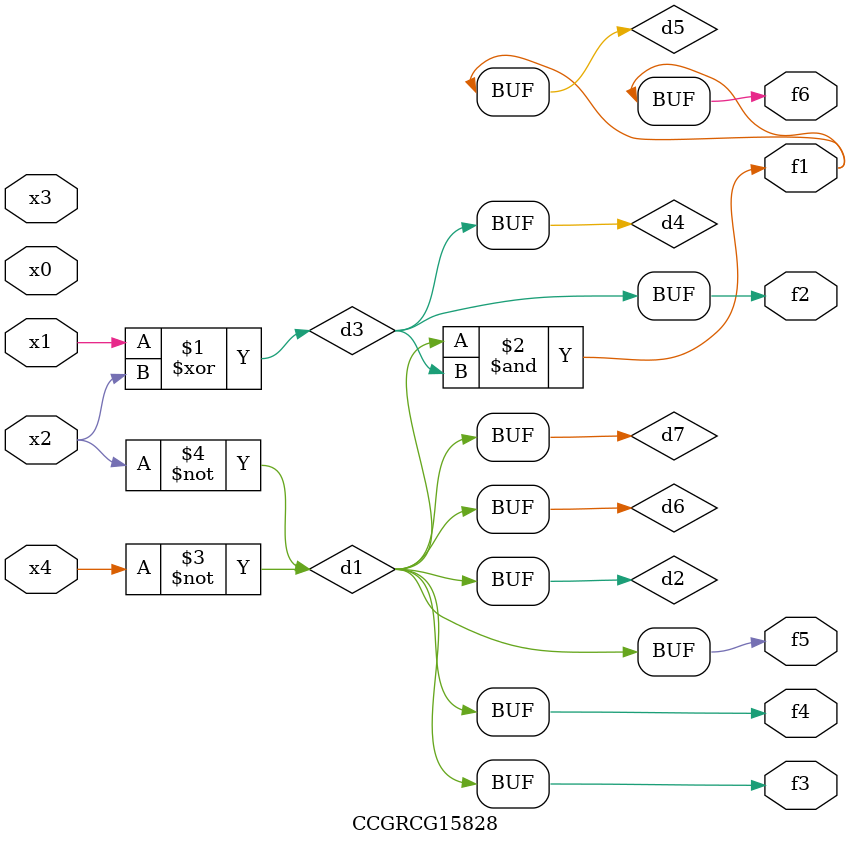
<source format=v>
module CCGRCG15828(
	input x0, x1, x2, x3, x4,
	output f1, f2, f3, f4, f5, f6
);

	wire d1, d2, d3, d4, d5, d6, d7;

	not (d1, x4);
	not (d2, x2);
	xor (d3, x1, x2);
	buf (d4, d3);
	and (d5, d1, d3);
	buf (d6, d1, d2);
	buf (d7, d2);
	assign f1 = d5;
	assign f2 = d4;
	assign f3 = d7;
	assign f4 = d7;
	assign f5 = d7;
	assign f6 = d5;
endmodule

</source>
